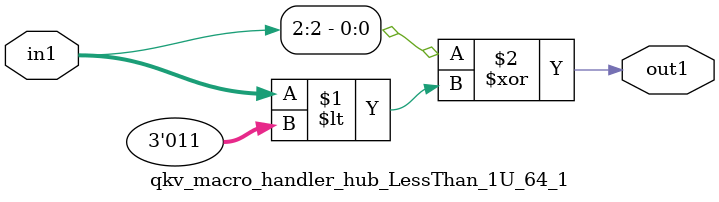
<source format=v>

`timescale 1ps / 1ps


module qkv_macro_handler_hub_LessThan_1U_64_1( in1, out1 );

    input [2:0] in1;
    output out1;

    
    // rtl_process:qkv_macro_handler_hub_LessThan_1U_64_1/qkv_macro_handler_hub_LessThan_1U_64_1_thread_1
    assign out1 = (in1[2] ^ in1 < 3'd3);

endmodule


</source>
